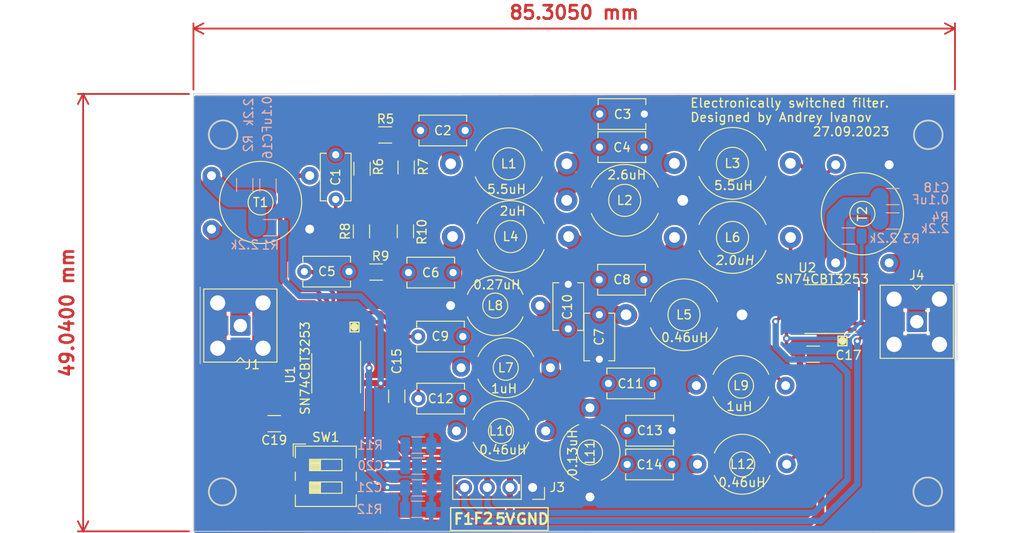
<source format=kicad_pcb>
(kicad_pcb (version 20240108) (generator "pcbnew") (generator_version "8.0")
  (layers (0 "F.Cu" signal) (31 "B.Cu" signal) (34 "B.Paste" user) (35 "F.Paste" user) (36 "B.SilkS" user "B.Silkscreen") (37 "F.SilkS" user "F.Silkscreen") (38 "B.Mask" user) (39 "F.Mask" user) (44 "Edge.Cuts" user))
  (net 0 "")
  (net 1 "Net-(T2-AB)")
  (net 2 "GND")
  (net 3 "+5V")
  (net 4 "Net-(T1-AB)")
  (net 5 "Net-(U1-1B1)")
  (net 6 "Net-(C5-Pad2)")
  (net 7 "Net-(C6-Pad1)")
  (net 8 "Net-(U1-1B2)")
  (net 9 "Net-(C12-Pad2)")
  (net 10 "Net-(U1-1B3)")
  (net 11 "Net-(C1-Pad2)")
  (net 12 "Net-(C2-Pad1)")
  (net 13 "Net-(C2-Pad2)")
  (net 14 "Net-(U1-1B4)")
  (net 15 "Net-(C3-Pad1)")
  (net 16 "Net-(C4-Pad2)")
  (net 17 "Net-(C6-Pad2)")
  (net 18 "Net-(T1-AA)")
  (net 19 "Net-(J1-In)")
  (net 20 "Net-(T2-AA)")
  (net 21 "Net-(U2-1B1)")
  (net 22 "Net-(U2-1B2)")
  (net 23 "Net-(U2-1B3)")
  (net 24 "Net-(U2-1B4)")
  (net 25 "Net-(J3-Pin_4)")
  (net 26 "Net-(J3-Pin_3)")
  (net 27 "Net-(J4-In)")
  (net 28 "Net-(C8-Pad2)")
  (net 29 "Net-(C9-Pad2)")
  (net 30 "Net-(C10-Pad1)")
  (net 31 "Net-(C7-Pad1)")
  (net 32 "Net-(C11-Pad2)")
  (net 33 "Net-(C13-Pad1)")
  (net 34 "Net-(C14-Pad2)")
  (footprint "Inductor_THT:L_Toroid_Horizontal_D6.5mm_P10.00mm_Diameter7-5mm_Amidon-T25" (layer "F.Cu") (at 146.41 92.43)
    (property "Reference" "L7")
    (property "Value" "1uH")
  )
  (footprint "Inductor_THT:L_Toroid_Horizontal_D6.5mm_P10.00mm_Diameter7-5mm_Amidon-T25" (layer "F.Cu") (at 155.23 85.46 180)
    (property "Reference" "L8")
    (property "Value" "0.27uH")
  )
  (footprint "Resistor_SMD:R_1206_3216Metric" (layer "F.Cu") (at 140.1675 77.125 90)
    (property "Reference" "R10")
    (property "Value" "75R")
  )
  (footprint "Capacitor_SMD:C_1206_3216Metric" (layer "F.Cu") (at 139.2 95.625 -90)
    (property "Reference" "C15")
    (property "Value" "0.1uF")
  )
  (footprint "Capacitor_THT:C_Disc_D5.1mm_W3.2mm_P5.00mm" (layer "F.Cu") (at 161.89 86.48 -90)
    (property "Reference" "C7")
    (property "Value" "1500pF")
  )
  (footprint "Resistor_SMD:R_1206_3216Metric" (layer "F.Cu") (at 140.25 69.96 -90)
    (property "Reference" "R7")
    (property "Value" "75R")
  )
  (footprint "Connector_Coaxial:SMA_Amphenol_901-143_Horizontal" (layer "F.Cu") (at 121.68 87.7 90)
    (property "Reference" "J1")
    (property "Value" "Conn_Coaxial")
    (fp_line (start 4.3 -4.5) (end -4.3 -4.5) (stroke (width 0.1)) (layer "Edge.Cuts"))
  )
  (footprint "Button_Switch_SMD:SW_DIP_SPSTx02_Slide_6.7x6.64mm_W8.61mm_P2.54mm_LowProfile" (layer "F.Cu") (at 131.25 104.6)
    (property "Reference" "SW1")
    (property "Value" "SW_DIP_x02")
  )
  (footprint "Capacitor_THT:C_Disc_D5.1mm_W3.2mm_P5.00mm" (layer "F.Cu") (at 140.51 81.76)
    (property "Reference" "C6")
    (property "Value" "390pF")
  )
  (footprint "Capacitor_THT:C_Disc_D5.1mm_W3.2mm_P5.00mm" (layer "F.Cu") (at 141.6 88.93)
    (property "Reference" "C9")
    (property "Value" "180pF")
  )
  (footprint "Capacitor_SMD:C_1206_3216Metric" (layer "F.Cu") (at 185.84 90.91)
    (property "Reference" "C17")
    (property "Value" "0.1uF")
  )
  (footprint "Capacitor_THT:C_Disc_D5.1mm_W3.2mm_P5.00mm" (layer "F.Cu") (at 165.04 99.49)
    (property "Reference" "C13")
    (property "Value" "160pF")
  )
  (footprint "Package_SO:TSSOP-16_4.4x5mm_P0.65mm" (layer "F.Cu") (at 187.1075 85.845 180)
    (property "Reference" "U2")
    (property "Value" "SN74CBT3253")
  )
  (footprint "Capacitor_THT:C_Disc_D5.1mm_W3.2mm_P5.00mm" (layer "F.Cu") (at 165.01 103.27)
    (property "Reference" "C14")
    (property "Value" "180pF")
  )
  (footprint "Transformer_THT:Transformer_Toroid_Horizontal_D9.0mm_Amidon-T30" (layer "F.Cu") (at 188.36 69.67 -90)
    (property "Reference" "T2")
    (property "Value" "BN-43-2402")
  )
  (footprint "Capacitor_THT:C_Disc_D5.1mm_W3.2mm_P5.00mm" (layer "F.Cu") (at 141.86 65.83)
    (property "Reference" "C2")
    (property "Value" "390pF")
  )
  (footprint "Resistor_SMD:R_1206_3216Metric" (layer "F.Cu") (at 137.9025 66.3275)
    (property "Reference" "R5")
    (property "Value" "120R")
  )
  (footprint "Connector_Coaxial:SMA_Amphenol_901-143_Horizontal" (layer "F.Cu") (at 197.45 87.27 -90)
    (property "Reference" "J4")
    (property "Value" "Conn_Coaxial")
    (fp_line (start 4.3 -4.5) (end -4.3 -4.5) (stroke (width 0.1)) (layer "Edge.Cuts"))
  )
  (footprint "Inductor_THT:L_Toroid_Horizontal_D7.8mm_P13.00mm_Diameter9-5mm_Amidon-T30" (layer "F.Cu") (at 145.24 69.56)
    (property "Reference" "L1")
    (property "Value" "5.5uH")
  )
  (footprint "Inductor_THT:L_Toroid_Horizontal_D7.8mm_P13.00mm_Diameter9-5mm_Amidon-T30" (layer "F.Cu") (at 158.235 73.66)
    (property "Reference" "L2")
    (property "Value" "2.6uH")
  )
  (footprint "Capacitor_THT:C_Disc_D5.1mm_W3.2mm_P5.00mm" (layer "F.Cu") (at 161.91 67.69)
    (property "Reference" "C4")
    (property "Value" "390pF")
  )
  (footprint "Connector_PinSocket_2.54mm:PinSocket_1x04_P2.54mm_Vertical" (layer "F.Cu") (at 154.42 105.85 -90)
    (property "Reference" "J3")
    (property "Value" "Conn_01x04_Pin")
  )
  (footprint "Capacitor_THT:C_Disc_D5.1mm_W3.2mm_P5.00mm" (layer "F.Cu") (at 128.85 81.65)
    (property "Reference" "C5")
    (property "Value" "47nF")
  )
  (footprint "Capacitor_THT:C_Disc_D5.1mm_W3.2mm_P5.00mm" (layer "F.Cu") (at 162.91 94.19)
    (property "Reference" "C11")
    (property "Value" "180pF")
  )
  (footprint "Transformer_THT:Transformer_Toroid_Horizontal_D9.0mm_Amidon-T30" (layer "F.Cu") (at 129.45 70.89 180)
    (property "Reference" "T1")
    (property "Value" "BN-43-2402")
  )
  (footprint "Inductor_THT:L_Toroid_Horizontal_D7.8mm_P13.00mm_Diameter9-5mm_Amidon-T30" (layer "F.Cu") (at 145.45 77.72)
    (property "Reference" "L4")
    (property "Value" "2uH")
  )
  (footprint "Capacitor_THT:C_Disc_D5.1mm_W3.2mm_P5.00mm" (layer "F.Cu") (at 132.36 73.55 90)
    (property "Reference" "C1")
    (property "Value" "47nF")
  )
  (footprint "Capacitor_SMD:C_1206_3216Metric" (layer "F.Cu") (at 125.475 98.7 180)
    (property "Reference" "C19")
    (property "Value" "0.1uF")
  )
  (footprint "Capacitor_THT:C_Disc_D5.1mm_W3.2mm_P5.00mm" (layer "F.Cu") (at 161.88 82.56)
    (property "Reference" "C8")
    (property "Value" "390pF")
  )
  (footprint "Capacitor_THT:C_Disc_D5.1mm_W3.2mm_P5.00mm" (layer "F.Cu") (at 158.41 88.07 90)
    (property "Reference" "C10")
    (property "Value" "160pF")
  )
  (footprint "Resistor_SMD:R_1206_3216Metric" (layer "F.Cu") (at 135.2475 77.135 90)
    (property "Reference" "R8")
    (property "Value" "75R")
  )
  (footprint "Inductor_THT:L_Toroid_Horizontal_D6.5mm_P10.00mm_Diameter7-5mm_Amidon-T25" (layer "F.Cu") (at 172.89 103.25)
    (property "Reference" "L12")
    (property "Value" "0.46uH")
  )
  (footprint "Inductor_THT:L_Toroid_Horizontal_D7.8mm_P13.00mm_Diameter9-5mm_Amidon-T30" (layer "F.Cu") (at 170.3 69.51)
    (property "Reference" "L3")
    (property "Value" "5.5uH")
  )
  (footprint "Inductor_THT:L_Toroid_Horizontal_D6.5mm_P10.00mm_Diameter7-5mm_Amidon-T25" (layer "F.Cu") (at 145.88 99.52)
    (property "Reference" "L10")
    (property "Value" "0.46uH")
  )
  (footprint "Resistor_SMD:R_1206_3216Metric" (layer "F.Cu") (at 136.8875 81.7)
    (property "Reference" "R9")
    (property "Value" "120R")
  )
  (footprint "Inductor_THT:L_Toroid_Horizontal_D6.5mm_P10.00mm_Diameter7-5mm_Amidon-T25" (layer "F.Cu") (at 160.84 96.92 -90)
    (property "Reference" "L11")
    (property "Value" "0.13uH")
  )
  (footprint "Capacitor_THT:C_Disc_D5.1mm_W3.2mm_P5.00mm" (layer "F.Cu") (at 141.62 95.89)
    (property "Reference" "C12")
    (property "Value" "180pF")
  )
  (footprint "Resistor_SMD:R_1206_3216Metric" (layer "F.Cu") (at 135.31 70.12 -90)
    (property "Reference" "R6")
    (property "Value" "75R")
  )
  (footprint "Capacitor_THT:C_Disc_D5.1mm_W3.2mm_P5.00mm" (layer "F.Cu") (at 161.93 63.98)
    (property "Reference" "C3")
    (property "Value" "1500pF")
  )
  (footprint "Inductor_THT:L_Toroid_Horizontal_D7.8mm_P13.00mm_Diameter9-5mm_Amidon-T30" (layer "F.Cu") (at 164.88 86.49)
    (property "Reference" "L5")
    (property "Value" "0.46uH")
  )
  (footprint "Inductor_THT:L_Toroid_Horizontal_D7.8mm_P13.00mm_Diameter9-5mm_Amidon-T30" (layer "F.Cu") (at 170.31 77.82)
    (property "Reference" "L6")
    (property "Value" "2.0uH")
  )
  (footprint "Inductor_THT:L_Toroid_Horizontal_D6.5mm_P10.00mm_Diameter7-5mm_Amidon-T25" (layer "F.Cu") (at 172.76 94.43)
    (property "Reference" "L9")
    (property "Value" "1uH")
  )
  (footprint "Package_SO:TSSOP-16_4.4x5mm_P0.65mm" (layer "F.Cu") (at 132.4125 93.0525 -90)
    (property "Reference" "U1")
    (property "Value" "SN74CBT3253")
  )
  (footprint "Resistor_SMD:R_1206_3216Metric" (layer "B.Cu") (at 125.015 76.72125 180)
    (property "Reference" "R1")
    (property "Value" "2.2k")
  )
  (footprint "Resistor_SMD:R_1206_3216Metric" (layer "B.Cu") (at 189.8075 77.66 180)
    (property "Reference" "R3")
    (property "Value" "2.2k")
  )
  (footprint "Capacitor_SMD:C_1206_3216Metric" (layer "B.Cu") (at 141.625 105.9)
    (property "Reference" "C21")
    (property "Value" "0.1uF" (hide yes))
  )
  (footprint "Capacitor_SMD:C_1206_3216Metric" (layer "B.Cu") (at 194.765 73.24)
    (property "Reference" "C18")
    (property "Value" "0.1uF")
  )
  (footprint "Resistor_SMD:R_1206_3216Metric" (layer "B.Cu") (at 141.5875 108.3 180)
    (property "Reference" "R12")
    (property "Value" "2.2k")
  )
  (footprint "Capacitor_SMD:C_1206_3216Metric" (layer "B.Cu") (at 141.625 103.45)
    (property "Reference" "C20")
    (property "Value" "0.1uF" (hide yes))
  )
  (footprint "Capacitor_SMD:C_1206_3216Metric" (layer "B.Cu") (at 124.7725 71.95875 90)
    (property "Reference" "C16")
    (property "Value" "0.1uF")
  )
  (footprint "Resistor_SMD:R_1206_3216Metric" (layer "B.Cu") (at 141.6125 101.1 180)
    (property "Reference" "R11")
    (property "Value" "2.2k" (hide yes))
  )
  (footprint "Resistor_SMD:R_1206_3216Metric" (layer "B.Cu") (at 122.1725 71.92625 90)
    (property "Reference" "R2")
    (property "Value" "2.2k")
  )
  (footprint "Resistor_SMD:R_1206_3216Metric" (layer "B.Cu") (at 194.7475 75.97)
    (property "Reference" "R4")
    (property "Value" "2.2k")
  )
  (gr_rect (start 188.63 88.885) (end 189.63 89.955) (stroke (width 0.15)) (fill none) (layer "F.SilkS"))
  (gr_rect (start 133.96625 87.335) (end 134.96625 88.405) (stroke (width 0.15)) (fill none) (layer "F.SilkS"))
  (gr_circle (center 189.13 89.405) (end 189.497696 89.405) (stroke (width 0.15)) (fill solid) (layer "F.SilkS"))
  (gr_rect (start 145.24 108.12) (end 156.15 110.68) (stroke (width 0.15)) (fill none) (layer "F.SilkS"))
  (gr_circle (center 134.46625 87.855) (end 134.833946 87.855) (stroke (width 0.15)) (fill solid) (layer "F.SilkS"))
  (gr_rect (start 116.425 61.73) (end 201.73 110.77) (stroke (width 0.1)) (fill none) (layer "Edge.Cuts"))
  (gr_circle (center 119.75 66.3) (end 121.353512 66.3) (stroke (width 0.2)) (fill none) (layer "Edge.Cuts"))
  (gr_circle (center 198.68 106.33) (end 200.283512 106.33) (stroke (width 0.2)) (fill none) (layer "Edge.Cuts"))
  (gr_circle (center 198.74 66.31) (end 200.343512 66.31) (stroke (width 0.2)) (fill none) (layer "Edge.Cuts"))
  (gr_circle (center 119.67 106.34) (end 121.19 106.34) (stroke (width 0.2)) (fill none) (layer "Edge.Cuts"))
  (gr_text "F1" (at 145.45 110.1 0) (layer "F.SilkS") (effects (font (size 1.2 1.2) (thickness 0.25) (bold yes)) (justify left bottom)))
  (gr_text "Electronically switched filter.\nDesigned by Andrey Ivanov  \n                  27.09.2023" (at 172 66.55 0) (layer "F.SilkS") (effects (font (size 1 1)) (justify left bottom)))
  (gr_text "F2" (at 147.65 110.05 0) (layer "F.SilkS") (effects (font (size 1.2 1.2) (thickness 0.25) (bold yes)) (justify left bottom)))
  (gr_text "GND" (at 152.4 110.1 0) (layer "F.SilkS") (effects (font (size 1.2 1.2) (thickness 0.25) (bold yes)) (justify left bottom)))
  (gr_text "5V" (at 150.1 110.1 0) (layer "F.SilkS") (effects (font (size 1.2 1.2) (thickness 0.25) (bold yes)) (justify left bottom)))
  (dimension (type aligned) (layer "F.Cu") (pts (xy 116.425 61.73) (xy 116.425 110.77)) (height 12.354666) (gr_text "49.0400 mm" (at 102.270334 86.25 90) (layer "F.Cu") (effects (font (size 1.5 1.5) (thickness 0.3)))) (format (prefix "") (suffix "") (units 3) (units_format 1) (precision 4)) (style (thickness 0.2) (arrow_length 1.27) (text_position_mode 0) (extension_height 0.58642) (extension_offset 0.5) keep_text_aligned))
  (dimension (type aligned) (layer "F.Cu") (pts (xy 116.425 61.73) (xy 201.73 61.73)) (height -7.33) (gr_text "85.3050 mm" (at 159.0775 52.6 0) (layer "F.Cu") (effects (font (size 1.5 1.5) (thickness 0.3)))) (format (prefix "") (suffix "") (units 3) (units_format 1) (precision 4)) (style (thickness 0.2) (arrow_length 1.27) (text_position_mode 0) (extension_height 0.58642) (extension_offset 0.5) keep_text_aligned))
  (segment (start 193.285 75.97) (end 193.285 74.495) (width 2) (layer "B.Cu") (net 1))
  (segment (start 193.29 75.965) (end 193.285 75.97) (width 2) (layer "B.Cu") (net 1))
  (segment (start 188.36 77.675) (end 188.345 77.66) (width 2) (layer "B.Cu") (net 1))
  (segment (start 193.29 73.24) (end 193.29 75.965) (width 2) (layer "B.Cu") (net 1))
  (segment (start 188.345 75.475) (end 188.345 77.66) (width 2) (layer "B.Cu") (net 1))
  (segment (start 188.36 80.67) (end 188.36 77.675) (width 2) (layer "B.Cu") (net 1))
  (segment (start 193.285 74.495) (end 193.11 74.32) (width 2) (layer "B.Cu") (net 1))
  (segment (start 193.11 74.32) (end 189.5 74.32) (width 2) (layer "B.Cu") (net 1))
  (segment (start 189.5 74.32) (end 188.345 75.475) (width 2) (layer "B.Cu") (net 1))
  (segment (start 157.07 81.17) (end 159.53 83.63) (width 2) (layer "F.Cu") (net 2))
  (segment (start 193.96 90.76) (end 194.91 89.81) (width 0.4) (layer "F.Cu") (net 2))
  (segment (start 154.89 107.02) (end 154.89 101.94) (width 2) (layer "F.Cu") (net 2))
  (segment (start 192.7 68.48) (end 195.16 70.94) (width 2) (layer "F.Cu") (net 2))
  (segment (start 142.94 84.86) (end 148.02 84.86) (width 2) (layer "F.Cu") (net 2))
  (segment (start 134.6875 93.4275) (end 134.6875 90.19) (width 0.4) (layer "F.Cu") (net 2))
  (segment (start 143.09 72.31) (end 138.01 72.31) (width 2) (layer "F.Cu") (net 2))
  (segment (start 178.72 84.08) (end 178.72 89.16) (width 2) (layer "F.Cu") (net 2))
  (segment (start 155.59 107.06) (end 155.59 103.94) (width 2) (layer "F.Cu") (net 2))
  (segment (start 189.89 90.76) (end 193.96 90.76) (width 0.4) (layer "F.Cu") (net 2))
  (segment (start 134.0375 97.9875) (end 134.0375 95.915) (width 0.4) (layer "F.Cu") (net 2))
  (segment (start 194.91 84.73) (end 194.91 89.81) (width 2) (layer "F.Cu") (net 2))
  (segment (start 187.315 90.91) (end 187.315 90.61) (width 0.4) (layer "F.Cu") (net 2))
  (segment (start 193.72 85.93) (end 193.72 91.01) (width 2) (layer "F.Cu") (net 2))
  (segment (start 187.6 88.1825) (end 187.6 91.87) (width 0.4) (layer "F.Cu") (net 2))
  (segment (start 154.4 105.425) (end 159.855 105.425) (width 0.7) (layer "F.Cu") (net 2))
  (segment (start 186.73 88.1125) (end 186.73 91.61) (width 0.4) (layer "F.Cu") (net 2))
  (segment (start 184.245 87.47) (end 185.665 87.47) (width 0.4) (layer "F.Cu") (net 2))
  (segment (start 154.1 107.05) (end 154.1 101.97) (width 2) (layer "F.Cu") (net 2))
  (segment (start 134.0375 95.915) (end 134.0375 94.0775) (width 0.4) (layer "F.Cu") (net 2))
  (segment (start 199.99 84.73) (end 199.99 89.81) (width 2) (layer "F.Cu") (net 2))
  (segment (start 187.315 90.61) (end 187.165 90.46) (width 0.4) (layer "F.Cu") (net 2))
  (segment (start 186.95 88.1325) (end 186.95 90.7875) (width 0.4) (layer "F.Cu") (net 2))
  (segment (start 199.93 85.85) (end 199.93 90.93) (width 2) (layer "F.Cu") (net 2))
  (segment (start 193.75 83.57) (end 194.91 84.73) (width 0.4) (layer "F.Cu") (net 2))
  (segment (start 160.68 102.47) (end 160.68 107.55) (width 2) (layer "F.Cu") (net 2))
  (segment (start 187.18 88.12) (end 187.29 88.23) (width 0.4) (layer "F.Cu") (net 2))
  (segment (start 200.67 85.85) (end 200.67 90.93) (width 2) (layer "F.Cu") (net 2))
  (segment (start 189.11 88.1325) (end 189.11 92.39) (width 0.4) (layer "F.Cu") (net 2))
  (segment (start 177.09 84.04) (end 177.09 89.12) (width 2) (layer "F.Cu") (net 2))
  (segment (start 142.73 86.37) (end 147.81 86.37) (width 2) (layer "F.Cu") (net 2))
  (segment (start 139.54 71.18) (end 134.46 71.18) (width 2) (layer "F.Cu") (net 2))
  (segment (start 135.2475 75.6725) (end 135.2475 71.645) (width 2) (layer "F.Cu") (net 2))
  (segment (start 188.71 91.99) (end 189.11 92.39) (width 0.4) (layer "F.Cu") (net 2))
  (segment (start 200.66 80.77) (end 200.66 85.85) (width 2) (layer "F.Cu") (net 2))
  (segment (start 191.97 68.84) (end 194.43 71.3) (width 2) (layer "F.Cu") (net 2))
  (segment (start 160.03 107.53) (end 160.96 107.53) (width 2) (layer "F.Cu") (net 2))
  (segment (start 161.47 102.44) (end 161.47 107.52) (width 2) (layer "F.Cu") (net 2))
  (segment (start 134.0375 94.0775) (end 134.6875 93.4275) (width 0.4) (layer "F.Cu") (net 2))
  (segment (start 124.795 87.535) (end 124.52 87.26) (width 0.4) (layer "F.Cu") (net 2))
  (segment (start 139.46 72.22) (end 134.38 72.22) (width 2) (layer "F.Cu") (net 2))
  (segment (start 128.75625 87.535) (end 124.795 87.535) (width 0.4) (layer "F.Cu") (net 2))
  (segment (start 187.95 88.1225) (end 187.95 91.67) (width 0.4) (layer "F.Cu") (net 2))
  (segment (start 189.11 92.39) (end 189.14 92.42) (width 0.4) (layer "F.Cu") (net 2))
  (segment (start 188.71 88.1225) (end 188.71 91.99) (width 0.4) (layer "F.Cu") (net 2))
  (segment (start 156.64 82.56) (end 159.1 85.02) (width 2) (layer "F.Cu") (net 2))
  (segment (start 187.18 88.12) (end 187.68 88.12) (width 0.4) (layer "F.Cu") (net 2))
  (segment (start 130.275 77.21) (end 128.745 77.21) (width 2) (layer "F.Cu") (net 2))
  (segment (start 187.29 88.23) (end 187.29 91.73) (width 0.4) (layer "F.Cu") (net 2))
  (segment (start 130.185 77.73) (end 128.655 77.73) (width 2) (layer "F.Cu") (net 2))
  (segment (start 139.28 76.06) (end 134.2 76.06) (width 2) (layer "F.Cu") (net 2))
  (segment (start 140.1675 71.505) (end 140.25 71.4225) (width 2) (layer "F.Cu") (net 2))
  (segment (start 188.33 91.61) (end 189.11 92.39) (width 0.4) (layer "F.Cu") (net 2))
  (segment (start 124.52 85.26) (end 124.52 87.26) (width 3) (layer "F.Cu") (net 2))
  (segment (start 186.315 88.12) (end 187.18 88.12) (width 0.4) (layer "F.Cu") (net 2))
  (segment (start 199.93 80.83) (end 199.93 85.91) (width 2) (layer "F.Cu") (net 2))
  (segment (start 194.93 83.09) (end 194.93 88.17) (width 2) (layer "F.Cu") (net 2))
  (segment (start 130.1375 90.19) (end 130.1375 88.91625) (width 0.4) (layer "F.Cu") (net 2))
  (segment (start 188.57 88.12) (end 189.97 88.12) (width 0.4) (layer "F.Cu") (net 2))
  (segment (start 140.1675 75.6625) (end 140.1675 71.505) (width 2) (layer "F.Cu") (net 2))
  (segment (start 119.05 91.22) (end 123.6 91.22) (width 3) (layer "F.Cu") (net 2))
  (segment (start 187.6 91.87) (end 189.41 93.68) (width 0.4) (layer "F.Cu") (net 2))
  (segment (start 187.68 88.12) (end 188.57 88.12) (width 0.4) (layer "F.Cu") (net 2))
  (segment (start 130.155 76.04) (end 128.625 76.04) (width 2) (layer "F.Cu") (net 2))
  (segment (start 142.04 75.92) (end 136.96 75.92) (width 2) (layer "F.Cu") (net 2))
  (segment (start 193.74 83.11) (end 193.74 88.19) (width 2) (layer "F.Cu") (net 2))
  (segment (start 168.84 74.44) (end 173.92 74.44) (width 2) (layer "F.Cu") (net 2))
  (segment (start 188.31 88.1125) (end 188.33 88.1325) (width 0.4) (layer "F.Cu") (net 2))
  (segment (start 172.74 100.4) (end 167.66 100.4) (width 2) (layer "F.Cu") (net 2))
  (segment (start 164.53 90.6) (end 159.45 90.6) (width 2) (layer "F.Cu") (net 2))
  (segment (start 187.95 91.67) (end 189.21 92.93) (width 0.4) (layer "F.Cu") (net 2))
  (segment (start 193.73 67.52) (end 196.19 69.98) (width 2) (layer "F.Cu") (net 2))
  (segment (start 170.04 64.64) (end 164.96 64.64) (width 2) (layer "F.Cu") (net 2))
  (segment (start 186.43 91.82) (end 188.93 94.32) (width 0.4) (layer "F.Cu") (net 2))
  (segment (start 142.1 71.03) (end 137.02 71.03) (width 2) (layer "F.Cu") (net 2))
  (segment (start 185.665 87.47) (end 186.315 88.12) (width 0.4) (layer "F.Cu") (net 2))
  (segment (start 170.19 63.22) (end 165.11 63.22) (width 2) (layer "F.Cu") (net 2))
  (segment (start 124.52 87.26) (end 124.52 91.22) (width 3) (layer "F.Cu") (net 2))
  (segment (start 124.57 87.21) (end 124.52 87.26) (width 0.4) (layer "F.Cu") (net 2))
  (segment (start 118.63 84.99) (end 118.63 90.95) (width 3) (layer "F.Cu") (net 2))
  (segment (start 159.98 102.43) (end 159.98 105.55) (width 2) (layer "F.Cu") (net 2))
  (segment (start 194.91 89.81) (end 199.99 89.81) (width 2) (layer "F.Cu") (net 2))
  (segment (start 130.1375 88.91625) (end 128.75625 87.535) (width 0.4) (layer "F.Cu") (net 2))
  (segment (start 187.29 91.73) (end 190.13 94.57) (width 0.4) (layer "F.Cu") (net 2))
  (segment (start 188.57 89.44) (end 189.89 90.76) (width 0.4) (layer "F.Cu") (net 2))
  (segment (start 134.1 98.05) (end 134.0375 97.9875) (width 0.4) (layer "F.Cu") (net 2))
  (segment (start 194.93 86) (end 194.93 91.08) (width 2) (layer "F.Cu") (net 2))
  (segment (start 135.2475 71.645) (end 135.31 71.5825) (width 2) (layer "F.Cu") (net 2))
  (segment (start 188.88 88.52625) (end 188.88 92.39375) (width 0.4) (layer "F.Cu") (net 2))
  (segment (start 188.33 88.1325) (end 188.33 91.61) (width 0.4) (layer "F.Cu") (net 2))
  (segment (start 186.73 91.61) (end 189.51 94.39) (width 0.4) (layer "F.Cu") (net 2))
  (segment (start 189.97 83.57) (end 193.75 83.57) (width 0.4) (layer "F.Cu") (net 2))
  (segment (start 172.7 98.76) (end 167.62 98.76) (width 2) (layer "F.Cu") (net 2))
  (segment (start 164.77 91.98) (end 159.69 91.98) (width 2) (layer "F.Cu") (net 2))
  (segment (start 159.98 105.55) (end 159.98 107.51) (width 2) (layer "F.Cu") (net 2))
  (segment (start 134.27 75.15) (end 139.35 75.15) (width 2) (layer "F.Cu") (net 2))
  (segment (start 142.74 74.71) (end 137.66 74.71) (width 2) (layer "F.Cu") (net 2))
  (segment (start 159.855 105.425) (end 159.98 105.55) (width 0.7) (layer "F.Cu") (net 2))
  (segment (start 188.57 88.12) (end 188.57 89.44) (width 0.4) (layer "F.Cu") (net 2))
  (segment (start 186.43 88.1325) (end 186.43 91.82) (width 0.4) (layer "F.Cu") (net 2))
  (segment (start 168.82 72.86) (end 173.9 72.86) (width 2) (layer "F.Cu") (net 2))
  (segment (start 156.49 82.16) (end 158.95 84.62) (width 2) (layer "B.Cu") (net 2))
  (segment (start 157.02 80.8) (end 159.48 83.26) (width 2) (layer "B.Cu") (net 2))
  (segment (start 193.54 71.03) (end 196 68.57) (width 2) (layer "B.Cu") (net 2))
  (segment (start 194.91 84.73) (end 199.99 84.73) (width 2) (layer "B.Cu") (net 2))
  (segment (start 192.99 84.78) (end 198.07 84.78) (width 2) (layer "B.Cu") (net 2))
  (segment (start 123.67 70.83) (end 121.37 70.83) (width 2) (layer "B.Cu") (net 2))
  (segment (start 163.03 90.9) (end 160.73 90.9) (width 2) (layer "B.Cu") (net 2))
  (segment (start 145.74 84.14) (end 143.28 86.6) (width 2) (layer "B.Cu") (net 2))
  (segment (start 155.49 107) (end 155.49 101.92) (width 2) (layer "B.Cu") (net 2))
  (segment (start 130.77 76) (end 128.47 76) (width 2) (layer "B.Cu") (net 2))
  (segment (start 200.71 88.35) (end 200.71 83.27) (width 2) (layer "B.Cu") (net 2))
  (segment (start 179.29 86.34) (end 176.6 89.03) (width 2) (layer "B.Cu") (net 2))
  (segment (start 124.22 85.16) (end 123.71 84.65) (width 3) (layer "B.Cu") (net 2))
  (segment (start 161.87 106.91) (end 159.57 106.91) (width 2) (layer "B.Cu") (net 2))
  (segment (start 195.94 77.36) (end 195.94 72.28) (width 2) (layer "B.Cu") (net 2))
  (segment (start 194.73 71.09) (end 197.19 68.63) (width 2) (layer "B.Cu") (net 2))
  (segment (start 193.41 83.67) (end 198.49 83.67) (width 2) (layer "B.Cu") (net 2))
  (segment (start 179.29 85.19) (end 179.29 86.34) (width 2) (layer "B.Cu") (net 2))
  (segment (start 171.14 98.8) (end 168.84 98.8) (width 2) (layer "B.Cu") (net 2))
  (segment (start 200.73 92.85) (end 200.73 87.77) (width 2) (layer "B.Cu") (net 2))
  (segment (start 118.51 90.84) (end 118.51 84.88) (width 3) (layer "B.Cu") (net 2))
  (segment (start 154.7 106.97) (end 154.7 101.89) (width 2) (layer "B.Cu") (net 2))
  (segment (start 194.92 90.43) (end 194.92 85.35) (width 2) (layer "B.Cu") (net 2))
  (segment (start 124.78 90.82) (end 118.82 90.82) (width 3) (layer "B.Cu") (net 2))
  (segment (start 168.11 64.81) (end 165.81 64.81) (width 2) (layer "B.Cu") (net 2))
  (segment (start 123.71 84.65) (end 119.07 84.65) (width 3) (layer "B.Cu") (net 2))
  (segment (start 194.9 89.81) (end 199.98 89.81) (width 2) (layer "B.Cu") (net 2))
  (segment (start 199.93 87.76) (end 199.93 82.68) (width 2) (layer "B.Cu") (net 2))
  (segment (start 161.78 106.07) (end 159.48 106.07) (width 2) (layer "B.Cu") (net 2))
  (segment (start 168.19 63.47) (end 165.89 63.47) (width 2) (layer "B.Cu") (net 2))
  (segment (start 178.24 84.79) (end 175.78 87.25) (width 2) (layer "B.Cu") (net 2))
  (segment (start 125.68 70) (end 123.38 70) (width 2) (layer "B.Cu") (net 2))
  (segment (start 154 107.01) (end 154 103.89) (width 2) (layer "B.Cu") (net 2))
  (segment (start 171.99 71.71) (end 169.53 74.17) (width 2) (layer "B.Cu") (net 2))
  (segment (start 123.7 69.98) (end 121.4 69.98) (width 2) (layer "B.Cu") (net 2))
  (segment (start 194.78 67.97) (end 192.32 70.43) (width 2) (layer "B.Cu") (net 2))
  (segment (start 170.99 99.88) (end 168.69 99.88) (width 2) (layer "B.Cu") (net 2))
  (segment (start 124.7 90.8) (end 124.7 84.84) (width 3) (layer "B.Cu") (net 2))
  (segment (start 199.91 92.17) (end 199.91 87.09) (width 2) (layer "B.Cu") (net 2))
  (segment (start 173.31 72.74) (end 170.85 75.2) (width 2) (layer "B.Cu") (net 2))
  (segment (start 162.88 91.95) (end 160.58 91.95) (width 2) (layer "B.Cu") (net 2))
  (segment (start 194.84 91.27) (end 199.92 91.27) (width 2) (layer "B.Cu") (net 2))
  (segment (start 197.12 77.22) (end 197.12 72.14) (width 2) (layer "B.Cu") (net 2))
  (segment (start 147.36 84.39) (end 144.9 86.85) (width 2) (layer "B.Cu") (net 2))
  (segment (start 130.78 77.49) (end 128.48 77.49) (width 2) (layer "B.Cu") (net 2))
  (segment (start 125.9 70.81) (end 123.6 70.81) (width 2) (layer "B.Cu") (net 2))
  (segment (start 194.07 90.83) (end 194.07 85.75) (width 2) (layer "B.Cu") (net 2))
  (segment (start 126.945 105.87) (end 126.945 108.645) (width 0.7) (layer "F.Cu") (net 3))
  (segment (start 126.945 104) (end 126.945 103.33) (width 0.7) (layer "F.Cu") (net 3))
  (segment (start 135.3325 94.15) (end 135.04125 94.44125) (width 0.7) (layer "F.Cu") (net 3))
  (segment (start 186.75 94.55) (end 184.365 92.165) (width 0.7) (layer "F.Cu") (net 3))
  (segment (start 139.95 101.85) (end 150.2 101.85) (width 0.7) (layer "F.Cu") (net 3))
  (segment (start 127.35 106.275) (end 126.945 105.87) (width 0.4) (layer "F.Cu") (net 3))
  (segment (start 128.1 109.8) (end 185.55 109.8) (width 0.7) (layer "F.Cu") (net 3))
  (segment (start 183.115 88.12) (end 184.245 88.12) (width 0.4) (layer "F.Cu") (net 3))
  (segment (start 126.95 103.995) (end 126.945 104) (width 0.7) (layer "F.Cu") (net 3))
  (segment (start 186.75 108.6) (end 186.75 94.55) (width 0.7) (layer "F.Cu") (net 3))
  (segment (start 126.945 105.87) (end 126.945 104) (width 0.7) (layer "F.Cu") (net 3))
  (segment (start 182.865 90.265) (end 183.51 90.91) (width 0.4) (layer "F.Cu") (net 3))
  (segment (start 183.51 90.91) (end 184.365 90.91) (width 0.4) (layer "F.Cu") (net 3))
  (segment (start 150.2 101.85) (end 151.88 103.53) (width 0.7) (layer "F.Cu") (net 3))
  (segment (start 182.865 88.37) (end 183.115 88.12) (width 0.4) (layer "F.Cu") (net 3))
  (segment (start 137.4 99.3) (end 139.95 101.85) (width 0.7) (layer "F.Cu") (net 3))
  (segment (start 151.86 109.74) (end 151.8 109.8) (width 0.7) (layer "F.Cu") (net 3))
  (segment (start 182.865 89.14) (end 182.865 90.265) (width 0.4) (layer "F.Cu") (net 3))
  (segment (start 137.4 94.165) (end 137.37 94.135) (width 0.4) (layer "F.Cu") (net 3))
  (segment (start 151.88 103.53) (end 151.88 105.85) (width 0.7) (layer "F.Cu") (net 3))
  (segment (start 182.865 89.14) (end 182.865 88.37) (width 0.4) (layer "F.Cu") (net 3))
  (segment (start 139.05 94.15) (end 135.3325 94.15) (width 0.7) (layer "F.Cu") (net 3))
  (segment (start 185.55 109.8) (end 186.75 108.6) (width 0.7) (layer "F.Cu") (net 3))
  (segment (start 135.04125 94.44125) (end 134.6875 94.795) (width 0.4) (layer "F.Cu") (net 3))
  (segment (start 134.6875 94.795) (end 134.6875 95.915) (width 0.4) (layer "F.Cu") (net 3))
  (segment (start 126.945 108.645) (end 128.1 109.8) (width 0.7) (layer "F.Cu") (net 3))
  (segment (start 151.86 105.425) (end 151.86 107.04) (width 0.7) (layer "F.Cu") (net 3))
  (segment (start 135.3475 94.135) (end 135.04125 94.44125) (width 0.4) (layer "F.Cu") (net 3))
  (segment (start 151.86 105.425) (end 151.86 109.74) (width 0.7) (layer "F.Cu") (net 3))
  (segment (start 126.95 98.7) (end 126.95 103.995) (width 0.7) (layer "F.Cu") (net 3))
  (segment (start 137.4 94.165) (end 137.4 99.3) (width 0.7) (layer "F.Cu") (net 3))
  (segment (start 126.945 103.33) (end 126.95 103.325) (width 0.4) (layer "F.Cu") (net 3))
  (segment (start 184.365 92.165) (end 184.365 90.91) (width 0.7) (layer "F.Cu") (net 3))
  (via (at 182.865 89.14) (size 0.8) (drill 0.4) (layers "F.Cu" "B.Cu") (net 3))
  (via (at 137.4 94.165) (size 0.8) (drill 0.4) (layers "F.Cu" "B.Cu") (net 3))
  (segment (start 137.4 94.165) (end 137.4 86.7) (width 0.7) (layer "B.Cu") (net 3))
  (segment (start 128.35 84.4) (end 126.4775 82.5275) (width 0.7) (layer "B.Cu") (net 3))
  (segment (start 137.4 94.165) (end 137.33 94.095) (width 0.4) (layer "B.Cu") (net 3))
  (segment (start 126.4775 82.5275) (end 126.4775 76.72125) (width 0.7) (layer "B.Cu") (net 3))
  (segment (start 135.1 84.4) (end 128.35 84.4) (width 0.7) (layer "B.Cu") (net 3))
  (segment (start 191.27 77.66) (end 191.27 87.18) (width 0.4) (layer "B.Cu") (net 3))
  (segment (start 137.4 86.7) (end 135.1 84.4) (width 0.7) (layer "B.Cu") (net 3))
  (segment (start 189.31 89.14) (end 182.865 89.14) (width 0.4) (layer "B.Cu") (net 3))
  (segment (start 191.27 87.18) (end 189.31 89.14) (width 0.4) (layer "B.Cu") (net 3))
  (segment (start 191.27 82.145) (end 191.27 77.66) (width 0.4) (layer "B.Cu") (net 3))
  (segment (start 118.45 71.37375) (end 120.51 73.43375) (width 2) (layer "B.Cu") (net 4))
  (segment (start 123.5575 73.43375) (end 123.5475 73.44375) (width 2) (layer "B.Cu") (net 4))
  (segment (start 120.51 73.43375) (end 124.7725 73.43375) (width 2) (layer "B.Cu") (net 4))
  (segment (start 123.5475 73.44375) (end 123.5475 76.76375) (width 2) (layer "B.Cu") (net 4))
  (segment (start 118.45 70.89) (end 118.45 71.37375) (width 2) (layer "B.Cu") (net 4))
  (segment (start 130.7875 95.915) (end 130.7875 92.645) (width 0.4) (layer "F.Cu") (net 5))
  (segment (start 130.25 83.75) (end 131.4375 84.9375) (width 0.4) (layer "F.Cu") (net 5))
  (segment (start 131.4375 84.9375) (end 131.4375 90.19) (width 0.4) (layer "F.Cu") (net 5))
  (segment (start 128.35 79.7) (end 127.35 80.7) (width 0.4) (layer "F.Cu") (net 5))
  (segment (start 127.35 82.75) (end 128.35 83.75) (width 0.4) (layer "F.Cu") (net 5))
  (segment (start 128.35 83.75) (end 130.25 83.75) (width 0.4) (layer "F.Cu") (net 5))
  (segment (start 131.4375 91.995) (end 131.4375 90.19) (width 0.4) (layer "F.Cu") (net 5))
  (segment (start 130.7875 92.645) (end 131.4375 91.995) (width 0.4) (layer "F.Cu") (net 5))
  (segment (start 131.3 79.7) (end 128.35 79.7) (width 0.4) (layer "F.Cu") (net 5))
  (segment (start 132.36 78.64) (end 131.3 79.7) (width 0.4) (layer "F.Cu") (net 5))
  (segment (start 132.36 73.55) (end 132.36 78.64) (width 0.4) (layer "F.Cu") (net 5))
  (segment (start 127.35 80.7) (end 127.35 82.75) (width 0.4) (layer "F.Cu") (net 5))
  (segment (start 135.2475 81.3675) (end 135.2475 78.5975) (width 2) (layer "F.Cu") (net 6))
  (segment (start 133.85 81.65) (end 134.965 81.65) (width 2) (layer "F.Cu") (net 6))
  (segment (start 134.965 81.65) (end 135.2475 81.3675) (width 2) (layer "F.Cu") (net 6))
  (segment (start 138.3625 81.6875) (end 140.1475 81.6875) (width 2) (layer "F.Cu") (net 7))
  (segment (start 140.1675 78.5875) (end 140.1675 81.4175) (width 2) (layer "F.Cu") (net 7))
  (segment (start 138.35 81.7) (end 138.3625 81.6875) (width 2) (layer "F.Cu") (net 7))
  (segment (start 140.1675 81.4175) (end 140.51 81.76) (width 2) (layer "F.Cu") (net 7))
  (segment (start 131.4375 93.265) (end 132.0875 92.615) (width 0.4) (layer "F.Cu") (net 8))
  (segment (start 132.0875 90.19) (end 132.0875 87.25) (width 0.4) (layer "F.Cu") (net 8))
  (segment (start 132.0875 87.25) (end 132.0875 86.9375) (width 0.4) (layer "F.Cu") (net 8))
  (segment (start 128.85 81.65) (end 129.7 81.65) (width 0.4) (layer "F.Cu") (net 8))
  (segment (start 132.0875 84.0375) (end 132.0875 87.25) (width 0.4) (layer "F.Cu") (net 8))
  (segment (start 129.7 81.65) (end 132.0875 84.0375) (width 0.4) (layer "F.Cu") (net 8))
  (segment (start 132.0875 92.615) (end 132.0875 90.19) (width 0.4) (layer "F.Cu") (net 8))
  (segment (start 131.4375 95.915) (end 131.4375 93.265) (width 0.4) (layer "F.Cu") (net 8))
  (segment (start 145.95 96.56) (end 146.62 95.89) (width 2) (layer "F.Cu") (net 9))
  (segment (start 145.95 99.45) (end 145.95 96.56) (width 2) (layer "F.Cu") (net 9))
  (segment (start 145.88 99.52) (end 145.95 99.45) (width 2) (layer "F.Cu") (net 9))
  (segment (start 137.365625 86.245625) (end 134.049375 86.245625) (width 0.4) (layer "F.Cu") (net 10))
  (segment (start 132.0875 95.915) (end 132.0875 93.855) (width 0.4) (layer "F.Cu") (net 10))
  (segment (start 134.049375 86.245625) (end 132.7375 87.5575) (width 0.4) (layer "F.Cu") (net 10))
  (segment (start 140.05 88.93) (end 137.365625 86.245625) (width 0.4) (layer "F.Cu") (net 10))
  (segment (start 141.6 88.93) (end 140.05 88.93) (width 0.4) (layer "F.Cu") (net 10))
  (segment (start 132.7375 93.205) (end 132.7375 90.19) (width 0.4) (layer "F.Cu") (net 10))
  (segment (start 132.0875 93.855) (end 132.7375 93.205) (width 0.4) (layer "F.Cu") (net 10))
  (segment (start 132.7375 87.5575) (end 132.7375 90.19) (width 0.4) (layer "F.Cu") (net 10))
  (segment (start 135.31 68.6575) (end 135.31 66.38) (width 2) (layer "F.Cu") (net 11))
  (segment (start 132.36 67.175) (end 133.2075 66.3275) (width 2) (layer "F.Cu") (net 11))
  (segment (start 135.2575 66.3275) (end 136.44 66.3275) (width 2) (layer "F.Cu") (net 11))
  (segment (start 135.31 66.38) (end 135.2575 66.3275) (width 2) (layer "F.Cu") (net 11))
  (segment (start 133.2075 66.3275) (end 135.2575 66.3275) (width 2) (layer "F.Cu") (net 11))
  (segment (start 132.36 68.55) (end 132.36 67.175) (width 2) (layer "F.Cu") (net 11))
  (segment (start 140.39 65.99) (end 140.55 65.83) (width 2) (layer "F.Cu") (net 12))
  (segment (start 140.39 68.3575) (end 140.39 65.99) (width 2) (layer "F.Cu") (net 12))
  (segment (start 140.25 68.4975) (end 140.39 68.3575) (width 2) (layer "F.Cu") (net 12))
  (segment (start 140.55 65.83) (end 141.86 65.83) (width 2) (layer "F.Cu") (net 12))
  (segment (start 145.24 67.45) (end 146.86 65.83) (width 2) (layer "F.Cu") (net 13))
  (segment (start 145.24 69.56) (end 145.24 67.45) (width 2) (layer "F.Cu") (net 13))
  (segment (start 132.7375 94.415) (end 133.3875 93.765) (width 0.4) (layer "F.Cu") (net 14))
  (segment (start 133.3875 88.0375) (end 134.1375 87.2875) (width 0.4) (layer "F.Cu") (net 14))
  (segment (start 134.1375 87.2875) (end 137.3375 87.2875) (width 0.4) (layer "F.Cu") (net 14))
  (segment (start 137.3375 87.2875) (end 141.62 91.57) (width 0.4) (layer "F.Cu") (net 14))
  (segment (start 141.62 91.57) (end 141.62 95.89) (width 0.4) (layer "F.Cu") (net 14))
  (segment (start 133.3875 93.765) (end 133.3875 90.19) (width 0.4) (layer "F.Cu") (net 14))
  (segment (start 133.3875 90.19) (end 133.3875 88.0375) (width 0.4) (layer "F.Cu") (net 14))
  (segment (start 132.7375 95.915) (end 132.7375 94.415) (width 0.4) (layer "F.Cu") (net 14))
  (segment (start 158.24 69.56) (end 158.24 73.655) (width 2) (layer "F.Cu") (net 15))
  (segment (start 161.93 67.67) (end 161.91 67.69) (width 2) (layer "F.Cu") (net 15))
  (segment (start 158.24 73.655) (end 158.235 73.66) (width 2) (layer "F.Cu") (net 15))
  (segment (start 161.91 67.69) (end 161.91 68.46) (width 2) (layer "F.Cu") (net 15))
  (segment (start 161.93 63.98) (end 161.93 67.67) (width 2) (layer "F.Cu") (net 15))
  (segment (start 161.91 68.46) (end 160.94 69.43) (width 2) (layer "F.Cu") (net 15))
  (segment (start 161.86 63.91) (end 161.93 63.98) (width 2) (layer "F.Cu") (net 15))
  (segment (start 158.37 69.43) (end 158.24 69.56) (width 2) (layer "F.Cu") (net 15))
  (segment (start 160.94 69.43) (end 158.37 69.43) (width 2) (layer "F.Cu") (net 15))
  (segment (start 168.7 69.48) (end 170.27 69.48) (width 2) (layer "F.Cu") (net 16))
  (segment (start 170.27 69.48) (end 170.3 69.51) (width 2) (layer "F.Cu") (net 16))
  (segment (start 166.91 67.69) (end 168.7 69.48) (width 2) (layer "F.Cu") (net 16))
  (segment (start 145.44 81.895) (end 145.44 77.73) (width 2) (layer "F.Cu") (net 17))
  (segment (start 145.44 77.73) (end 145.45 77.72) (width 2) (layer "F.Cu") (net 17))
  (segment (start 126.15 83.3) (end 126.15 71.95) (width 0.5) (layer "F.Cu") (net 18))
  (segment (start 130.1375 95.915) (end 130.1375 92.0175) (width 0.5) (layer "F.Cu") (net 18))
  (segment (start 130.7875 90.19) (end 130.7875 85.9375) (width 0.5) (layer "F.Cu") (net 18))
  (segment (start 126.15 71.95) (end 127.21 70.89) (width 0.5) (layer "F.Cu") (net 18))
  (segment (start 127.95 85.1) (end 126.15 83.3) (width 0.5) (layer "F.Cu") (net 18))
  (segment (start 130.7875 91.3675) (end 130.7875 90.19) (width 0.5) (layer "F.Cu") (net 18))
  (segment (start 129.95 85.1) (end 127.95 85.1) (width 0.5) (layer "F.Cu") (net 18))
  (segment (start 130.1375 92.0175) (end 130.7875 91.3675) (width 0.5) (layer "F.Cu") (net 18))
  (segment (start 127.21 70.89) (end 129.45 70.89) (width 0.5) (layer "F.Cu") (net 18))
  (segment (start 130.7875 85.9375) (end 129.95 85.1) (width 0.5) (layer "F.Cu") (net 18))
  (segment (start 118.45 76.89) (end 121.5675 80.0075) (width 2) (layer "F.Cu") (net 19))
  (segment (start 121.5675 80.0075) (end 121.5675 87.5375) (width 2) (layer "F.Cu") (net 19))
  (segment (start 187.955 83.57) (end 186.155 83.57) (width 0.5) (layer "F.Cu") (net 20))
  (segment (start 188.605 84.22) (end 187.955 83.57) (width 0.5) (layer "F.Cu") (net 20))
  (segment (start 186.155 83.57) (end 184.245 83.57) (width 0.5) (layer "F.Cu") (net 20))
  (segment (start 188.36 69.67) (end 186.15 71.88) (width 0.4) (layer "F.Cu") (net 20))
  (segment (start 186.15 71.88) (end 186.15 83.57) (width 0.4) (layer "F.Cu") (net 20))
  (segment (start 186.15 83.57) (end 186.155 83.57) (width 0.4) (layer "F.Cu") (net 20))
  (segment (start 189.97 84.22) (end 188.605 84.22) (width 0.5) (layer "F.Cu") (net 20))
  (segment (start 188.015 84.87) (end 187.365 84.22) (width 0.4) (layer "F.Cu") (net 21))
  (segment (start 184.24 69.51) (end 183.3 69.51) (width 0.4) (layer "F.Cu") (net 21))
  (segment (start 182.375 83.85) (end 182.375 82.865) (width 0.4) (layer "F.Cu") (net 21))
  (segment (start 187.365 84.22) (end 184.245 84.22) (width 0.4) (layer "F.Cu") (net 21))
  (segment (start 182.745 84.22) (end 182.375 83.85) (width 0.4) (layer "F.Cu") (net 21))
  (segment (start 185.36 79.88) (end 185.36 70.63) (width 0.4) (layer "F.Cu") (net 21))
  (segment (start 184.245 84.22) (end 182.745 84.22) (width 0.4) (layer "F.Cu") (net 21))
  (segment (start 182.375 82.865) (end 185.36 79.88) (width 0.4) (layer "F.Cu") (net 21))
  (segment (start 185.36 70.63) (end 184.24 69.51) (width 0.4) (layer "F.Cu") (net 21))
  (segment (start 189.97 84.87) (end 188.015 84.87) (width 0.4) (layer "F.Cu") (net 21))
  (segment (start 181.525 82.125) (end 181.525 84.3) (width 0.4) (layer "F.Cu") (net 22))
  (segment (start 182.095 84.87) (end 184.245 84.87) (width 0.4) (layer "F.Cu") (net 22))
  (segment (start 184.245 84.87) (end 186.925 84.87) (width 0.4) (layer "F.Cu") (net 22))
  (segment (start 186.925 84.87) (end 187.575 85.52) (width 0.4) (layer "F.Cu") (net 22))
  (segment (start 181.525 84.3) (end 182.095 84.87) (width 0.4) (layer "F.Cu") (net 22))
  (segment (start 183.31 77.82) (end 183.31 80.34) (width 0.4) (layer "F.Cu") (net 22))
  (segment (start 183.31 80.34) (end 181.525 82.125) (width 0.4) (layer "F.Cu") (net 22))
  (segment (start 187.575 85.52) (end 189.97 85.52) (width 0.4) (layer "F.Cu") (net 22))
  (segment (start 186.225 85.52) (end 184.245 85.52) (width 0.4) (layer "F.Cu") (net 23))
  (segment (start 189.97 86.17) (end 186.875 86.17) (width 0.4) (layer "F.Cu") (net 23))
  (segment (start 180.18 91.85) (end 182.76 94.43) (width 0.4) (layer "F.Cu") (net 23))
  (segment (start 180.265 86.555) (end 180.19 86.63) (width 0.4) (layer "F.Cu") (net 23))
  (segment (start 180.18 86.64) (end 180.18 91.85) (width 0.4) (layer "F.Cu") (net 23))
  (segment (start 184.245 85.52) (end 181.3 85.52) (width 0.4) (layer "F.Cu") (net 23))
  (segment (start 180.19 86.63) (end 180.18 86.64) (width 0.4) (layer "F.Cu") (net 23))
  (segment (start 186.875 86.17) (end 186.225 85.52) (width 0.4) (layer "F.Cu") (net 23))
  (segment (start 181.3 85.52) (end 180.19 86.63) (width 0.4) (layer "F.Cu") (net 23))
  (segment (start 180.79 89.78) (end 184.91 93.9) (width 0.4) (layer "F.Cu") (net 24))
  (segment (start 186.315 86.82) (end 185.665 86.17) (width 0.4) (layer "F.Cu") (net 24))
  (segment (start 184.245 86.17) (end 181.58 86.17) (width 0.4) (layer "F.Cu") (net 24))
  (segment (start 184.91 101.23) (end 182.89 103.25) (width 0.4) (layer "F.Cu") (net 24))
  (segment (start 185.665 86.17) (end 184.245 86.17) (width 0.4) (layer "F.Cu") (net 24))
  (segment (start 180.79 86.96) (end 180.79 89.78) (width 0.4) (layer "F.Cu") (net 24))
  (segment (start 184.91 93.9) (end 184.91 101.23) (width 0.4) (layer "F.Cu") (net 24))
  (segment (start 189.97 86.82) (end 186.315 86.82) (width 0.4) (layer "F.Cu") (net 24))
  (segment (start 181.58 86.17) (end 180.79 86.96) (width 0.4) (layer "F.Cu") (net 24))
  (segment (start 138.1 105.9) (end 135.585 105.9) (width 0.7) (layer "F.Cu") (net 25))
  (segment (start 138.15 105.85) (end 137.95 105.85) (width 0.4) (layer "F.Cu") (net 25))
  (segment (start 138.15 105.85) (end 138.1 105.9) (width 0.7) (layer "F.Cu") (net 25))
  (segment (start 146.8 105.85) (end 138.15 105.85) (width 0.7) (layer "F.Cu") (net 25))
  (segment (start 191.475 87.47) (end 191.76 87.755) (width 0.4) (layer "F.Cu") (net 25))
  (segment (start 134.16625 88.52875) (end 134.0375 88.6575) (width 0.4) (layer "F.Cu") (net 25))
  (segment (start 136.1 92.45) (end 136.1 88.65) (width 0.4) (layer "F.Cu") (net 25))
  (segment (start 191.465 87.46) (end 191.76 87.755) (width 0.4) (layer "F.Cu") (net 25))
  (segment (start 191.76 87.755) (end 191.76 88.465) (width 0.4) (layer "F.Cu") (net 25))
  (segment (start 191.465 88.77) (end 190.785 89.45) (width 0.4) (layer "F.Cu") (net 25))
  (segment (start 191.76 88.465) (end 191.465 88.76) (width 0.4) (layer "F.Cu") (net 25))
  (segment (start 134.0375 88.6575) (end 134.0375 90.19) (width 0.4) (layer "F.Cu") (net 25))
  (segment (start 189.97 87.47) (end 191.475 87.47) (width 0.4) (layer "F.Cu") (net 25))
  (segment (start 135.97875 88.52875) (end 134.16625 88.52875) (width 0.4) (layer "F.Cu") (net 25))
  (segment (start 135.585 105.9) (end 135.555 105.87) (width 0.4) (layer "F.Cu") (net 25))
  (via (at 138.15 105.85) (size 0.8) (drill 0.4) (layers "F.Cu" "B.Cu") (net 25))
  (via (at 136.1 92.45) (size 0.8) (drill 0.4) (layers "F.Cu" "B.Cu") (net 25))
  (via (at 190.785 89.45) (size 0.8) (drill 0.4) (layers "F.Cu" "B.Cu") (net 25))
  (segment (start 140.15 108.3) (end 140.15 105.9) (width 0.7) (layer "B.Cu") (net 25))
  (segment (start 190.785 105.515) (end 190.785 89.45) (width 0.7) (layer "B.Cu") (net 25))
  (segment (start 148.55 109.6) (end 146.8 107.85) (width 0.7) (layer "B.Cu") (net 25))
  (segment (start 138.15 105.85) (end 138.1 105.9) (width 0.4) (layer "B.Cu") (net 25))
  (segment (start 140.15 105.9) (end 138.1 105.9) (width 0.7) (layer "B.Cu") (net 25))
  (segment (start 138.1 105.9) (end 136.1 103.9) (width 0.7) (layer "B.Cu") (net 25))
  (segment (start 136.1 103.9) (end 136.1 92.45) (width 0.7) (layer "B.Cu") (net 25))
  (segment (start 186.85 109.45) (end 190.785 105.515) (width 0.7) (layer "B.Cu") (net 25))
  (segment (start 146.8 107.85) (end 146.8 105.85) (width 0.7) (layer "B.Cu") (net 25))
  (segment (start 148.55 109.6) (end 186.7 109.6) (width 0.7) (layer "B.Cu") (net 25))
  (segment (start 186.7 109.6) (end 186.85 109.45) (width 0.7) (layer "B.Cu") (net 25))
  (segment (start 138.15 103.35) (end 137.3 103.35) (width 0.7) (layer "F.Cu") (net 26))
  (segment (start 135.575 103.35) (end 135.555 103.33) (width 0.4) (layer "F.Cu") (net 26))
  (segment (start 148.92 103.35) (end 138.15 103.35) (width 0.7) (layer "F.Cu") (net 26))
  (segment (start 149.34 105.85) (end 149.35 105.84) (width 0.7) (layer "F.Cu") (net 26))
  (segment (start 133.3875 98.7875) (end 135.2 100.6) (width 0.4) (layer "F.Cu") (net 26))
  (segment (start 137.3 103.35) (end 135.575 103.35) (width 0.7) (layer "F.Cu") (net 26))
  (segment (start 135.2 100.6) (end 137 100.6) (width 0.4) (layer "F.Cu") (net 26))
  (segment (start 149.35 103.78) (end 148.92 103.35) (width 0.7) (layer "F.Cu") (net 26))
  (segment (start 137 100.6) (end 137.3 100.9) (width 0.4) (layer "F.Cu") (net 26))
  (segment (start 182.075 86.82) (end 184.245 86.82) (width 0.4) (layer "F.Cu") (net 26))
  (segment (start 181.645 87.25) (end 182.075 86.82) (width 0.4) (layer "F.Cu") (net 26))
  (segment (start 149.35 105.84) (end 149.35 103.78) (width 0.7) (layer "F.Cu") (net 26))
  (segment (start 137.3 100.9) (end 137.3 103.35) (width 0.4) (layer "F.Cu") (net 26))
  (segment (start 133.3875 95.915) (end 133.3875 98.7875) (width 0.4) (layer "F.Cu") (net 26))
  (via (at 181.645 87.25) (size 0.8) (drill 0.4) (layers "F.Cu" "B.Cu") (net 26))
  (via (at 138.15 103.35) (size 0.8) (drill 0.4) (layers "F.Cu" "B.Cu") (net 26))
  (segment (start 186.1 108.55) (end 189.7 104.95) (width 0.7) (layer "B.Cu") (net 26))
  (segment (start 138.15 103.35) (end 140.05 103.35) (width 0.7) (layer "B.Cu") (net 26))
  (segment (start 189.7 93) (end 188.2 91.5) (width 0.7) (layer "B.Cu") (net 26))
  (segment (start 140.05 103.35) (end 140.15 103.45) (width 0.4) (layer "B.Cu") (net 26))
  (segment (start 185.95 108.7) (end 186.1 108.55) (width 0.7) (layer "B.Cu") (net 26))
  (segment (start 140.15 103.45) (end 140.15 101.1) (width 0.7) (layer "B.Cu") (net 26))
  (segment (start 149.34 105.85) (end 149.34 107.89) (width 0.7) (layer "B.Cu") (net 26))
  (segment (start 150.15 108.7) (end 185.95 108.7) (width 0.7) (layer "B.Cu") (net 26))
  (segment (start 181.645 90.095) (end 181.645 87.25) (width 0.7) (layer "B.Cu") (net 26))
  (segment (start 189.7 104.95) (end 189.7 93) (width 0.7) (layer "B.Cu") (net 26))
  (segment (start 183.05 91.5) (end 181.645 90.095) (width 0.7) (layer "B.Cu") (net 26))
  (segment (start 149.34 107.89) (end 150.15 108.7) (width 0.7) (layer "B.Cu") (net 26))
  (segment (start 188.2 91.5) (end 183.05 91.5) (width 0.7) (layer "B.Cu") (net 26))
  (segment (start 197.39 81.515) (end 197.39 87.425) (width 2) (layer "F.Cu") (net 27))
  (segment (start 194.36 80.67) (end 196.545 80.67) (width 2) (layer "F.Cu") (net 27))
  (segment (start 196.545 80.67) (end 197.39 81.515) (width 2) (layer "F.Cu") (net 27))
  (segment (start 170.31 79.13) (end 166.88 82.56) (width 2) (layer "F.Cu") (net 28))
  (segment (start 170.31 77.82) (end 170.31 79.13) (width 2) (layer "F.Cu") (net 28))
  (segment (start 146.41 89.12) (end 146.6 88.93) (width 2) (layer "F.Cu") (net 29))
  (segment (start 146.41 92.43) (end 146.41 89.12) (width 2) (layer "F.Cu") (net 29))
  (segment (start 155.23 85.46) (end 157.84 88.07) (width 2) (layer "F.Cu") (net 30))
  (segment (start 156.41 92.99) (end 156.41 86.64) (width 2) (layer "F.Cu") (net 30))
  (segment (start 157.65 94.23) (end 156.41 92.99) (width 2) (layer "F.Cu") (net 30))
  (segment (start 162.91 94.19) (end 157.02 94.19) (width 2) (layer "F.Cu") (net 30))
  (segment (start 157.84 88.07) (end 158.41 88.07) (width 2) (layer "F.Cu") (net 30))
  (segment (start 156.41 86.64) (end 156.315 86.545) (width 2) (layer "F.Cu") (net 30))
  (segment (start 165.11 86.51) (end 161.92 86.51) (width 2) (layer "F.Cu") (net 31))
  (segment (start 165.15 86.55) (end 165.11 86.51) (width 2) (layer "F.Cu") (net 31))
  (segment (start 161.92 86.51) (end 161.89 86.48) (width 2) (layer "F.Cu") (net 31))
  (segment (start 161.88 86.47) (end 161.89 86.48) (width 2) (layer "F.Cu") (net 31))
  (segment (start 161.88 82.56) (end 161.88 81.15) (width 2) (layer "F.Cu") (net 31))
  (segment (start 161.88 81.15) (end 158.45 77.72) (width 2) (layer "F.Cu") (net 31))
  (segment (start 161.88 82.56) (end 161.88 81.96) (width 2) (layer "F.Cu") (net 31))
  (segment (start 161.88 82.56) (end 161.88 86.47) (width 2) (layer "F.Cu") (net 31))
  (segment (start 172.52 94.19) (end 172.76 94.43) (width 2) (layer "F.Cu") (net 32))
  (segment (start 167.91 94.19) (end 172.52 94.19) (width 2) (layer "F.Cu") (net 32))
  (segment (start 165.04 103.24) (end 165.04 99.49) (width 2) (layer "F.Cu") (net 33))
  (segment (start 165.01 103.27) (end 165.04 103.24) (width 2) (layer "F.Cu") (net 33))
  (segment (start 158.77 96.92) (end 156.17 99.52) (width 2) (layer "F.Cu") (net 33))
  (segment (start 156.17 99.52) (end 155.88 99.52) (width 2) (layer "F.Cu") (net 33))
  (segment (start 165.04 99.36) (end 162.6 96.92) (width 2) (layer "F.Cu") (net 33))
  (segment (start 162.6 96.92) (end 158.77 96.92) (width 2) (layer "F.Cu") (net 33))
  (segment (start 165.04 99.49) (end 165.04 99.36) (width 2) (layer "F.Cu") (net 33))
  (segment (start 172.87 103.27) (end 172.89 103.25) (width 2) (layer "F.Cu") (net 34))
  (segment (start 170.01 103.27) (end 172.87 103.27) (width 2) (layer "F.Cu") (net 34))
  (zone (net 0) (net_name "") (layer "F.Cu") (connect_pads (clearance 0)) (min_thickness 0.25)
    (keepout (tracks allowed) (vias allowed) (pads allowed) (copperpour not_allowed) (footprints allowed))
    (fill (thermal_gap 0.5) (thermal_bridge_width 0.5))
    (polygon (pts (xy 129.31625 88.725) (xy 129.31625 97.295) (xy 135.63625 97.305) (xy 135.63625 88.735)))
  )
  (zone (net 0) (net_name "") (layer "F.Cu") (connect_pads (clearance 0)) (min_thickness 0.25)
    (keepout (tracks allowed) (vias allowed) (pads allowed) (copperpour not_allowed) (footprints allowed))
    (fill (thermal_gap 0.5) (thermal_bridge_width 0.5))
    (polygon (pts (xy 182.82 89.09) (xy 191.39 89.09) (xy 191.4 82.7) (xy 182.83 82.7)))
  )
  (zone (net 2) (net_name "GND") (layers "F&B.Cu") (connect_pads (clearance 0)) (min_thickness 0.25) (fill yes (thermal_gap 0.5) (thermal_bridge_width 0.5))
    (polygon (pts (xy 116.52 61.92) (xy 116.52 110.94) (xy 201.75 110.87) (xy 201.74 61.84)))
  )
)
</source>
